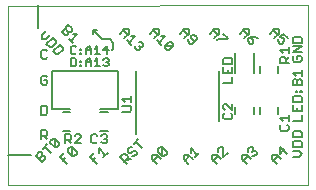
<source format=gto>
G75*
%MOIN*%
%OFA0B0*%
%FSLAX25Y25*%
%IPPOS*%
%LPD*%
%AMOC8*
5,1,8,0,0,1.08239X$1,22.5*
%
%ADD10C,0.00000*%
%ADD11C,0.00500*%
%ADD12C,0.00591*%
%ADD13C,0.00787*%
D10*
X0040000Y0001600D02*
X0040000Y0061561D01*
X0140000Y0061600D01*
X0140000Y0001600D01*
X0040000Y0001600D01*
D11*
X0049114Y0011589D02*
X0051237Y0009466D01*
X0052299Y0010528D01*
X0052299Y0011235D01*
X0051945Y0011589D01*
X0051237Y0011589D01*
X0050176Y0010528D01*
X0051237Y0011589D02*
X0051237Y0012297D01*
X0050884Y0012651D01*
X0050176Y0012651D01*
X0049114Y0011589D01*
X0051393Y0013868D02*
X0052809Y0015283D01*
X0052101Y0014576D02*
X0054224Y0012453D01*
X0057239Y0010964D02*
X0058655Y0012380D01*
X0059872Y0012889D02*
X0059872Y0013597D01*
X0060580Y0014305D01*
X0061287Y0014305D01*
X0061287Y0011474D01*
X0061995Y0011474D01*
X0062703Y0012181D01*
X0062703Y0012889D01*
X0061287Y0014305D01*
X0060904Y0015725D02*
X0059903Y0016726D01*
X0060404Y0016726D02*
X0058902Y0016726D01*
X0060404Y0016726D02*
X0060904Y0017226D01*
X0060904Y0018227D01*
X0060404Y0018728D01*
X0058902Y0018728D01*
X0058902Y0015725D01*
X0056857Y0015793D02*
X0056857Y0015085D01*
X0056149Y0014378D01*
X0055441Y0014378D01*
X0055441Y0017208D01*
X0056857Y0015793D01*
X0055441Y0014378D02*
X0054026Y0015793D01*
X0054026Y0016501D01*
X0054734Y0017208D01*
X0055441Y0017208D01*
X0052877Y0016975D02*
X0051876Y0017976D01*
X0052376Y0017976D02*
X0050875Y0017976D01*
X0052376Y0017976D02*
X0052877Y0018476D01*
X0052877Y0019477D01*
X0052376Y0019978D01*
X0050875Y0019978D01*
X0050875Y0016975D01*
X0058194Y0019700D02*
X0060556Y0019700D01*
X0062125Y0018227D02*
X0062625Y0018728D01*
X0063626Y0018728D01*
X0064127Y0018227D01*
X0064127Y0017727D01*
X0062125Y0015725D01*
X0064127Y0015725D01*
X0067652Y0016225D02*
X0068153Y0015725D01*
X0069154Y0015725D01*
X0069654Y0016225D01*
X0070875Y0016225D02*
X0071375Y0015725D01*
X0072376Y0015725D01*
X0072877Y0016225D01*
X0072877Y0016726D01*
X0072376Y0017226D01*
X0071876Y0017226D01*
X0072376Y0017226D02*
X0072877Y0017727D01*
X0072877Y0018227D01*
X0072376Y0018728D01*
X0071375Y0018728D01*
X0070875Y0018227D01*
X0069654Y0018227D02*
X0069154Y0018728D01*
X0068153Y0018728D01*
X0067652Y0018227D01*
X0067652Y0016225D01*
X0070226Y0013951D02*
X0072349Y0011828D01*
X0073057Y0012535D02*
X0071641Y0011120D01*
X0070226Y0012535D02*
X0070226Y0013951D01*
X0068655Y0012380D02*
X0067239Y0010964D01*
X0069362Y0008841D01*
X0068301Y0009903D02*
X0069009Y0010610D01*
X0061287Y0011474D02*
X0059872Y0012889D01*
X0057239Y0010964D02*
X0059362Y0008841D01*
X0058301Y0009903D02*
X0059009Y0010610D01*
X0077239Y0010964D02*
X0078301Y0012026D01*
X0079009Y0012026D01*
X0079716Y0011318D01*
X0079716Y0010610D01*
X0078655Y0009549D01*
X0079362Y0010256D02*
X0080778Y0010257D01*
X0081287Y0011474D02*
X0081995Y0011474D01*
X0082703Y0012181D01*
X0082703Y0012889D01*
X0082349Y0013243D01*
X0081641Y0013243D01*
X0080934Y0012535D01*
X0080226Y0012535D01*
X0079872Y0012889D01*
X0079872Y0013597D01*
X0080580Y0014305D01*
X0081287Y0014305D01*
X0081797Y0015522D02*
X0083212Y0016937D01*
X0082505Y0016230D02*
X0084628Y0014106D01*
X0087947Y0011672D02*
X0089362Y0011672D01*
X0090778Y0010257D01*
X0089716Y0011318D02*
X0088301Y0009903D01*
X0087947Y0010257D02*
X0087947Y0011672D01*
X0087947Y0010257D02*
X0089362Y0008841D01*
X0091287Y0011474D02*
X0091287Y0014305D01*
X0092703Y0012889D01*
X0092703Y0012181D01*
X0091995Y0011474D01*
X0091287Y0011474D01*
X0089872Y0012889D01*
X0089872Y0013597D01*
X0090580Y0014305D01*
X0091287Y0014305D01*
X0098572Y0011672D02*
X0099987Y0011672D01*
X0101403Y0010257D01*
X0102266Y0011120D02*
X0103682Y0012535D01*
X0102974Y0011828D02*
X0100851Y0013951D01*
X0100851Y0012535D01*
X0100341Y0011318D02*
X0098926Y0009903D01*
X0098572Y0010257D02*
X0098572Y0011672D01*
X0098572Y0010257D02*
X0099987Y0008841D01*
X0107947Y0010257D02*
X0107947Y0011672D01*
X0109362Y0011672D01*
X0110778Y0010257D01*
X0111641Y0011120D02*
X0111641Y0013951D01*
X0111287Y0014305D01*
X0110580Y0014305D01*
X0109872Y0013597D01*
X0109872Y0012889D01*
X0111641Y0011120D02*
X0113057Y0012535D01*
X0109716Y0011318D02*
X0108301Y0009903D01*
X0107947Y0010257D02*
X0109362Y0008841D01*
X0117947Y0010257D02*
X0117947Y0011672D01*
X0119362Y0011672D01*
X0120778Y0010257D01*
X0119716Y0011318D02*
X0118301Y0009903D01*
X0117947Y0010257D02*
X0119362Y0008841D01*
X0121287Y0011474D02*
X0121995Y0011474D01*
X0122703Y0012181D01*
X0122703Y0012889D01*
X0122349Y0013243D01*
X0121641Y0013243D01*
X0121287Y0012889D01*
X0121641Y0013243D02*
X0121641Y0013951D01*
X0121287Y0014305D01*
X0120580Y0014305D01*
X0119872Y0013597D01*
X0119872Y0012889D01*
X0127947Y0011672D02*
X0127947Y0010257D01*
X0129362Y0008841D01*
X0128301Y0009903D02*
X0129716Y0011318D01*
X0129362Y0011672D02*
X0127947Y0011672D01*
X0129362Y0011672D02*
X0130778Y0010257D01*
X0130580Y0012181D02*
X0131995Y0013597D01*
X0130580Y0014305D02*
X0130580Y0012181D01*
X0132703Y0012181D02*
X0130580Y0014305D01*
X0134747Y0014448D02*
X0134747Y0015949D01*
X0135248Y0016449D01*
X0137250Y0016449D01*
X0137750Y0015949D01*
X0137750Y0014448D01*
X0134747Y0014448D01*
X0134747Y0013227D02*
X0136749Y0013227D01*
X0137750Y0012226D01*
X0136749Y0011225D01*
X0134747Y0011225D01*
X0134747Y0017670D02*
X0134747Y0019172D01*
X0135248Y0019672D01*
X0137250Y0019672D01*
X0137750Y0019172D01*
X0137750Y0017670D01*
X0134747Y0017670D01*
X0132875Y0019877D02*
X0130873Y0019877D01*
X0130372Y0020378D01*
X0130372Y0021379D01*
X0130873Y0021879D01*
X0132875Y0021879D02*
X0133375Y0021379D01*
X0133375Y0020378D01*
X0132875Y0019877D01*
X0133375Y0023100D02*
X0133375Y0025102D01*
X0133375Y0024101D02*
X0130372Y0024101D01*
X0131373Y0023100D01*
X0134747Y0023070D02*
X0137750Y0023070D01*
X0137750Y0025072D01*
X0137750Y0026293D02*
X0134747Y0026293D01*
X0134747Y0028295D01*
X0136249Y0027294D02*
X0136249Y0026293D01*
X0137750Y0026293D02*
X0137750Y0028295D01*
X0137750Y0029516D02*
X0134747Y0029516D01*
X0134747Y0031017D01*
X0135248Y0031518D01*
X0137250Y0031518D01*
X0137750Y0031017D01*
X0137750Y0029516D01*
X0137750Y0032739D02*
X0137250Y0032739D01*
X0137250Y0033239D01*
X0137750Y0033239D01*
X0137750Y0032739D01*
X0136249Y0032739D02*
X0136249Y0033239D01*
X0135748Y0033239D01*
X0135748Y0032739D01*
X0136249Y0032739D01*
X0136249Y0034975D02*
X0136249Y0036476D01*
X0136749Y0036977D01*
X0137250Y0036977D01*
X0137750Y0036476D01*
X0137750Y0034975D01*
X0134747Y0034975D01*
X0134747Y0036476D01*
X0135248Y0036977D01*
X0135748Y0036977D01*
X0136249Y0036476D01*
X0135748Y0038198D02*
X0134747Y0039199D01*
X0137750Y0039199D01*
X0137750Y0040199D02*
X0137750Y0038198D01*
X0130025Y0039169D02*
X0130025Y0041531D01*
X0130372Y0042377D02*
X0130372Y0043879D01*
X0130873Y0044379D01*
X0131874Y0044379D01*
X0132374Y0043879D01*
X0132374Y0042377D01*
X0133375Y0042377D02*
X0130372Y0042377D01*
X0132374Y0043378D02*
X0133375Y0044379D01*
X0134747Y0044308D02*
X0134747Y0043307D01*
X0135248Y0042807D01*
X0137250Y0042807D01*
X0137750Y0043307D01*
X0137750Y0044308D01*
X0137250Y0044808D01*
X0136249Y0044808D01*
X0136249Y0043808D01*
X0135248Y0044808D02*
X0134747Y0044308D01*
X0134747Y0046029D02*
X0137750Y0048031D01*
X0134747Y0048031D01*
X0133375Y0047602D02*
X0133375Y0045600D01*
X0133375Y0046601D02*
X0130372Y0046601D01*
X0131373Y0045600D01*
X0134747Y0046029D02*
X0137750Y0046029D01*
X0137750Y0049252D02*
X0134747Y0049252D01*
X0134747Y0050754D01*
X0135248Y0051254D01*
X0137250Y0051254D01*
X0137750Y0050754D01*
X0137750Y0049252D01*
X0133058Y0050666D02*
X0131643Y0052082D01*
X0130581Y0051020D01*
X0131643Y0050666D01*
X0131997Y0050313D01*
X0131997Y0049605D01*
X0131289Y0048897D01*
X0130581Y0048897D01*
X0129874Y0049605D01*
X0129874Y0050313D01*
X0128657Y0050822D02*
X0130072Y0052238D01*
X0130072Y0053653D01*
X0128657Y0053653D01*
X0127241Y0052238D01*
X0128303Y0053299D02*
X0129718Y0051884D01*
X0123058Y0050666D02*
X0121997Y0051020D01*
X0120581Y0051020D01*
X0121643Y0049959D01*
X0121643Y0049251D01*
X0121289Y0048897D01*
X0120581Y0048897D01*
X0119874Y0049605D01*
X0119874Y0050313D01*
X0120581Y0051020D01*
X0119718Y0051884D02*
X0118303Y0053299D01*
X0118657Y0053653D02*
X0120072Y0053653D01*
X0120072Y0052238D01*
X0118657Y0050822D01*
X0117241Y0052238D02*
X0118657Y0053653D01*
X0113058Y0050666D02*
X0112705Y0050313D01*
X0109874Y0050313D01*
X0109520Y0049959D01*
X0108657Y0050822D02*
X0110072Y0052238D01*
X0110072Y0053653D01*
X0108657Y0053653D01*
X0107241Y0052238D01*
X0108303Y0053299D02*
X0109718Y0051884D01*
X0111643Y0052082D02*
X0113058Y0050666D01*
X0102705Y0050313D02*
X0102705Y0051020D01*
X0101997Y0051728D01*
X0101289Y0051728D01*
X0100935Y0051374D01*
X0100935Y0050666D01*
X0101997Y0049605D01*
X0101289Y0048897D02*
X0102705Y0050313D01*
X0101289Y0048897D02*
X0100581Y0048897D01*
X0099874Y0049605D01*
X0099874Y0050313D01*
X0098657Y0050822D02*
X0100072Y0052238D01*
X0100072Y0053653D01*
X0098657Y0053653D01*
X0097241Y0052238D01*
X0098303Y0053299D02*
X0099718Y0051884D01*
X0094983Y0048741D02*
X0094276Y0049449D01*
X0093568Y0049449D01*
X0092153Y0048034D01*
X0094983Y0048034D01*
X0093568Y0046618D01*
X0092860Y0046618D01*
X0092153Y0047326D01*
X0092153Y0048034D01*
X0090935Y0048543D02*
X0089520Y0049959D01*
X0088657Y0050822D02*
X0090072Y0052238D01*
X0090072Y0053653D01*
X0088657Y0053653D01*
X0087241Y0052238D01*
X0088303Y0053299D02*
X0089718Y0051884D01*
X0090935Y0051374D02*
X0092351Y0051374D01*
X0090228Y0049251D01*
X0084983Y0048741D02*
X0084983Y0048034D01*
X0084630Y0047680D01*
X0083922Y0047680D01*
X0083922Y0046972D01*
X0083568Y0046618D01*
X0082860Y0046618D01*
X0082153Y0047326D01*
X0082153Y0048034D01*
X0080935Y0048543D02*
X0079520Y0049959D01*
X0078657Y0050822D02*
X0080072Y0052238D01*
X0080072Y0053653D01*
X0078657Y0053653D01*
X0077241Y0052238D01*
X0078303Y0053299D02*
X0079718Y0051884D01*
X0080935Y0051374D02*
X0082351Y0051374D01*
X0080228Y0049251D01*
X0083568Y0049449D02*
X0084276Y0049449D01*
X0084983Y0048741D01*
X0083922Y0047680D02*
X0083568Y0048034D01*
X0073443Y0046773D02*
X0071675Y0046773D01*
X0073001Y0048099D01*
X0073001Y0045447D01*
X0073001Y0044005D02*
X0072117Y0044005D01*
X0071675Y0043563D01*
X0072559Y0042679D02*
X0073001Y0042679D01*
X0073443Y0042237D01*
X0073443Y0041795D01*
X0073001Y0041353D01*
X0072117Y0041353D01*
X0071675Y0041795D01*
X0070543Y0041353D02*
X0068775Y0041353D01*
X0069659Y0041353D02*
X0069659Y0044005D01*
X0068775Y0043121D01*
X0067643Y0043121D02*
X0066759Y0044005D01*
X0065875Y0043121D01*
X0065875Y0041353D01*
X0064242Y0041353D02*
X0064242Y0041795D01*
X0063800Y0041795D01*
X0063800Y0041353D01*
X0064242Y0041353D01*
X0062668Y0041795D02*
X0062668Y0043563D01*
X0062226Y0044005D01*
X0060900Y0044005D01*
X0060900Y0041353D01*
X0062226Y0041353D01*
X0062668Y0041795D01*
X0063800Y0042679D02*
X0063800Y0043121D01*
X0064242Y0043121D01*
X0064242Y0042679D01*
X0063800Y0042679D01*
X0065875Y0042679D02*
X0067643Y0042679D01*
X0067643Y0043121D02*
X0067643Y0041353D01*
X0073001Y0042679D02*
X0073443Y0043121D01*
X0073443Y0043563D01*
X0073001Y0044005D01*
X0070543Y0045447D02*
X0068775Y0045447D01*
X0069659Y0045447D02*
X0069659Y0048099D01*
X0068775Y0047215D01*
X0067643Y0047215D02*
X0067643Y0045447D01*
X0065875Y0045447D02*
X0065875Y0047215D01*
X0066759Y0048099D01*
X0067643Y0047215D01*
X0067643Y0046773D02*
X0065875Y0046773D01*
X0064242Y0046773D02*
X0063800Y0046773D01*
X0063800Y0047215D01*
X0064242Y0047215D01*
X0064242Y0046773D01*
X0062668Y0047657D02*
X0062226Y0048099D01*
X0061342Y0048099D01*
X0060900Y0047657D01*
X0060900Y0045889D01*
X0061342Y0045447D01*
X0062226Y0045447D01*
X0062668Y0045889D01*
X0063800Y0045889D02*
X0063800Y0045447D01*
X0064242Y0045447D01*
X0064242Y0045889D01*
X0063800Y0045889D01*
X0058108Y0046784D02*
X0058108Y0047491D01*
X0057047Y0048553D01*
X0054924Y0046430D01*
X0055985Y0045368D01*
X0056693Y0045368D01*
X0058108Y0046784D01*
X0055830Y0049063D02*
X0055830Y0049770D01*
X0054768Y0050832D01*
X0052645Y0048709D01*
X0053706Y0047647D01*
X0054414Y0047647D01*
X0055830Y0049063D01*
X0053905Y0051695D02*
X0052489Y0050280D01*
X0051074Y0050280D01*
X0051074Y0051695D01*
X0052489Y0053111D01*
X0057866Y0052863D02*
X0058928Y0051801D01*
X0059635Y0051801D01*
X0059989Y0052155D01*
X0059989Y0052863D01*
X0058928Y0053924D01*
X0059989Y0052863D02*
X0060697Y0052863D01*
X0061051Y0053216D01*
X0061051Y0053924D01*
X0059989Y0054986D01*
X0057866Y0052863D01*
X0060145Y0050584D02*
X0061560Y0049168D01*
X0060853Y0049876D02*
X0062976Y0051999D01*
X0061560Y0051999D01*
X0052877Y0046352D02*
X0052376Y0046853D01*
X0051375Y0046853D01*
X0050875Y0046352D01*
X0050875Y0044350D01*
X0051375Y0043850D01*
X0052376Y0043850D01*
X0052877Y0044350D01*
X0052376Y0038103D02*
X0051375Y0038103D01*
X0050875Y0037602D01*
X0050875Y0035600D01*
X0051375Y0035100D01*
X0052376Y0035100D01*
X0052877Y0035600D01*
X0052877Y0036601D01*
X0051876Y0036601D01*
X0052877Y0037602D02*
X0052376Y0038103D01*
X0052376Y0028103D02*
X0050875Y0028103D01*
X0050875Y0025100D01*
X0052376Y0025100D01*
X0052877Y0025600D01*
X0052877Y0027602D01*
X0052376Y0028103D01*
X0058194Y0026000D02*
X0060556Y0026000D01*
X0070694Y0026000D02*
X0073056Y0026000D01*
X0077872Y0026127D02*
X0080375Y0026127D01*
X0080875Y0026628D01*
X0080875Y0027629D01*
X0080375Y0028129D01*
X0077872Y0028129D01*
X0078873Y0029350D02*
X0077872Y0030351D01*
X0080875Y0030351D01*
X0080875Y0029350D02*
X0080875Y0031352D01*
X0073056Y0019700D02*
X0070694Y0019700D01*
X0077239Y0010964D02*
X0079362Y0008841D01*
X0111622Y0024128D02*
X0112123Y0023627D01*
X0114125Y0023627D01*
X0114625Y0024128D01*
X0114625Y0025129D01*
X0114125Y0025629D01*
X0115600Y0025419D02*
X0115600Y0027781D01*
X0114625Y0026850D02*
X0112623Y0028852D01*
X0112123Y0028852D01*
X0111622Y0028351D01*
X0111622Y0027350D01*
X0112123Y0026850D01*
X0114625Y0026850D02*
X0114625Y0028852D01*
X0112123Y0025629D02*
X0111622Y0025129D01*
X0111622Y0024128D01*
X0121900Y0025419D02*
X0121900Y0027781D01*
X0123725Y0027781D02*
X0123725Y0025419D01*
X0130025Y0025419D02*
X0130025Y0027781D01*
X0114625Y0035766D02*
X0111622Y0035766D01*
X0114625Y0035766D02*
X0114625Y0037768D01*
X0114625Y0038989D02*
X0111622Y0038989D01*
X0111622Y0040990D01*
X0113124Y0039989D02*
X0113124Y0038989D01*
X0114625Y0038989D02*
X0114625Y0040990D01*
X0114625Y0042211D02*
X0111622Y0042211D01*
X0111622Y0043713D01*
X0112123Y0044213D01*
X0114125Y0044213D01*
X0114625Y0043713D01*
X0114625Y0042211D01*
X0115600Y0039169D02*
X0115600Y0045862D01*
X0121900Y0045862D02*
X0121900Y0039169D01*
X0123725Y0039169D02*
X0123725Y0041531D01*
X0094983Y0048034D02*
X0094983Y0048741D01*
D12*
X0075000Y0049100D02*
X0075000Y0047225D01*
X0074375Y0046600D01*
X0075000Y0049100D02*
X0073750Y0050350D01*
X0071250Y0050350D01*
X0068125Y0053475D01*
X0069375Y0053475D01*
X0068125Y0053475D02*
X0068125Y0052225D01*
X0050000Y0054100D02*
X0050000Y0061600D01*
X0047500Y0011600D02*
X0040000Y0011600D01*
D13*
X0054601Y0027176D02*
X0054601Y0039774D01*
X0076649Y0039774D01*
X0076649Y0027176D01*
X0070625Y0027176D01*
X0060625Y0027176D02*
X0054601Y0027176D01*
X0082372Y0018805D02*
X0082372Y0039671D01*
X0110128Y0039671D02*
X0110128Y0023135D01*
M02*

</source>
